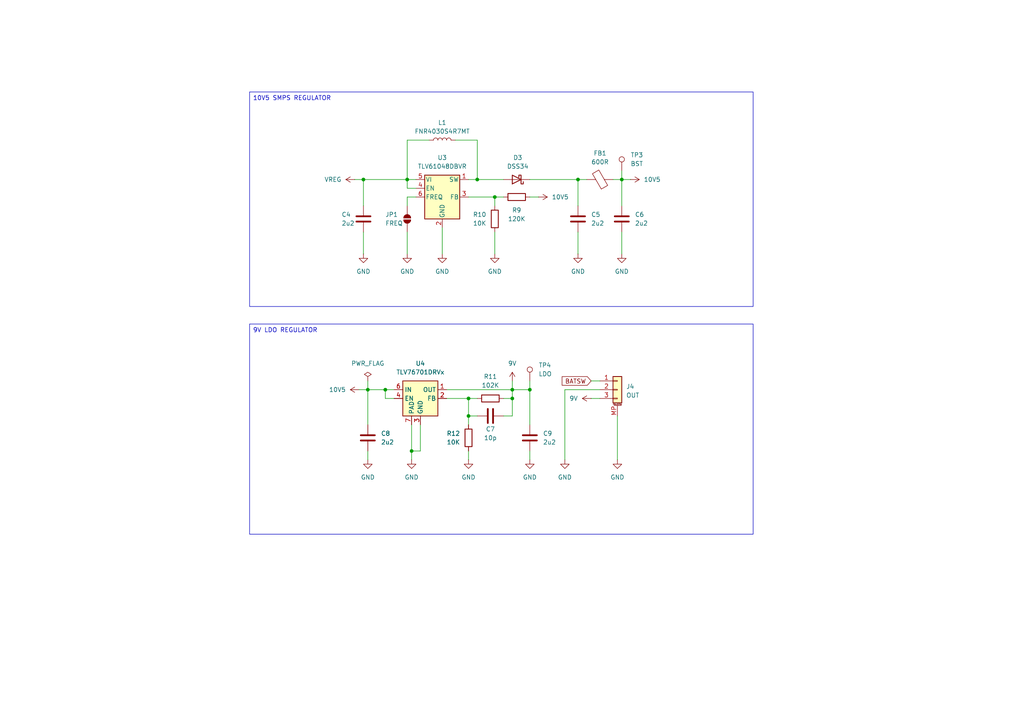
<source format=kicad_sch>
(kicad_sch (version 20250114) (generator "eeschema") (generator_version "9.0")
  (paper "A4")
  (title_block (title "BATTERY MODULE") (date "2025-03-27") (rev "1.2") (company "Chapuzas S.L."))
  (lib_symbols
    (symbol "Connector:TestPoint" (pin_numbers (hide yes)) (pin_names (offset 0.762) (hide yes))
      (property "Reference" "TP" (at 0 6.858 0))
      (property "Value" "TestPoint" (at 0 5.08 0))
      (symbol "TestPoint_0_1"
        (circle (center 0 3.302) (radius 0.762))
      )
      (symbol "TestPoint_1_1"
        (pin passive line (at 0 0 90) (length 2.54) (name "1") (number "1"))
      )
    )
    (symbol "Connector_Generic_MountingPin:Conn_01x03_MountingPin" (pin_names (offset 1.016) (hide yes))
      (property "Reference" "J" (at 0 5.08 0))
      (property "Value" "Conn_01x03_MountingPin" (at 1.27 -5.08 0))
      (symbol "Conn_01x03_MountingPin_1_1"
        (rectangle (start -1.27 3.81) (end 1.27 -3.81) (stroke (width 0.254)) (fill (type background)))
        (rectangle (start -1.27 2.667) (end 0 2.413) (stroke (width 0.1524)))
        (rectangle (start -1.27 0.127) (end 0 -0.127) (stroke (width 0.1524)))
        (rectangle (start -1.27 -2.413) (end 0 -2.667) (stroke (width 0.1524)))
        (polyline (pts (xy -1.016 -4.572) (xy 1.016 -4.572)) (stroke (width 0.1524)))
        (text "Mounting" (at 0 -4.191 0) (effects (font (size 0.381 0.381))))
        (pin passive line (at -5.08 2.54 0) (length 3.81) (name "Pin_1") (number "1"))
        (pin passive line (at -5.08 0 0) (length 3.81) (name "Pin_2") (number "2"))
        (pin passive line (at -5.08 -2.54 0) (length 3.81) (name "Pin_3") (number "3"))
        (pin passive line (at 0 -7.62 90) (length 3.048) (name "MountPin") (number "MP"))
      )
    )
    (symbol "Custom_Parts:TLV61048DBVR" (pin_names (offset 0.254))
      (property "Reference" "U" (at -5.08 7.62 0))
      (property "Value" "TLV61048DBVR" (at 0 7.62 0))
      (symbol "TLV61048DBVR_0_1"
        (rectangle (start -5.08 6.35) (end 5.08 -6.35) (stroke (width 0.254)) (fill (type background)))
      )
      (symbol "TLV61048DBVR_1_1"
        (pin power_in line (at -7.62 5.08 0) (length 2.54) (name "VI") (number "5"))
        (pin input line (at -7.62 2.54 0) (length 2.54) (name "EN") (number "4"))
        (pin input line (at -7.62 0 0) (length 2.54) (name "FREQ") (number "6"))
        (pin power_in line (at 0 -8.89 90) (length 2.54) (name "GND") (number "2"))
        (pin power_out line (at 7.62 5.08 180) (length 2.54) (name "SW") (number "1"))
        (pin input line (at 7.62 0 180) (length 2.54) (name "FB") (number "3"))
      )
    )
    (symbol "Device:C" (pin_numbers (hide yes)) (pin_names (offset 0.254))
      (property "Reference" "C" (at 0.635 2.54 0))
      (property "Value" "C" (at 0.635 -2.54 0))
      (symbol "C_0_1"
        (polyline (pts (xy -2.032 0.762) (xy 2.032 0.762)) (stroke (width 0.508)))
        (polyline (pts (xy -2.032 -0.762) (xy 2.032 -0.762)) (stroke (width 0.508)))
      )
      (symbol "C_1_1"
        (pin passive line (at 0 3.81 270) (length 2.794) (name "~") (number "1"))
        (pin passive line (at 0 -3.81 90) (length 2.794) (name "~") (number "2"))
      )
    )
    (symbol "Device:D_Schottky" (pin_numbers (hide yes)) (pin_names (offset 1.016) (hide yes))
      (property "Reference" "D" (at 0 2.54 0))
      (property "Value" "D_Schottky" (at 0 -2.54 0))
      (symbol "D_Schottky_0_1"
        (polyline (pts (xy -1.905 0.635) (xy -1.905 1.27) (xy -1.27 1.27) (xy -1.27 -1.27) (xy -0.635 -1.27) (xy -0.635 -0.635)) (stroke (width 0.254)))
        (polyline (pts (xy 1.27 1.27) (xy 1.27 -1.27) (xy -1.27 0) (xy 1.27 1.27)) (stroke (width 0.254)))
        (polyline (pts (xy 1.27 0) (xy -1.27 0)))
      )
      (symbol "D_Schottky_1_1"
        (pin passive line (at -3.81 0 0) (length 2.54) (name "K") (number "1"))
        (pin passive line (at 3.81 0 180) (length 2.54) (name "A") (number "2"))
      )
    )
    (symbol "Device:FerriteBead" (pin_numbers (hide yes)) (pin_names (offset 0))
      (property "Reference" "FB" (at -3.81 0.635 90))
      (property "Value" "FerriteBead" (at 3.81 0 90))
      (symbol "FerriteBead_0_1"
        (polyline (pts (xy -2.7686 0.4064) (xy -1.7018 2.2606) (xy 2.7686 -0.3048) (xy 1.6764 -2.159) (xy -2.7686 0.4064)))
        (polyline (pts (xy 0 1.27) (xy 0 1.2954)))
        (polyline (pts (xy 0 -1.27) (xy 0 -1.2192)))
      )
      (symbol "FerriteBead_1_1"
        (pin passive line (at 0 3.81 270) (length 2.54) (name "~") (number "1"))
        (pin passive line (at 0 -3.81 90) (length 2.54) (name "~") (number "2"))
      )
    )
    (symbol "Device:L" (pin_numbers (hide yes)) (pin_names (offset 1.016) (hide yes))
      (property "Reference" "L" (at -1.27 0 90))
      (property "Value" "L" (at 1.905 0 90))
      (symbol "L_0_1"
        (arc (start 0 2.54) (mid 0.6323 1.905) (end 0 1.27))
        (arc (start 0 1.27) (mid 0.6323 0.635) (end 0 0))
        (arc (start 0 0) (mid 0.6323 -0.635) (end 0 -1.27))
        (arc (start 0 -1.27) (mid 0.6323 -1.905) (end 0 -2.54))
      )
      (symbol "L_1_1"
        (pin passive line (at 0 3.81 270) (length 1.27) (name "1") (number "1"))
        (pin passive line (at 0 -3.81 90) (length 1.27) (name "2") (number "2"))
      )
    )
    (symbol "Device:R" (pin_numbers (hide yes)) (pin_names (offset 0))
      (property "Reference" "R" (at 2.032 0 90))
      (property "Value" "R" (at 0 0 90))
      (symbol "R_0_1"
        (rectangle (start -1.016 -2.54) (end 1.016 2.54) (stroke (width 0.254)))
      )
      (symbol "R_1_1"
        (pin passive line (at 0 3.81 270) (length 1.27) (name "~") (number "1"))
        (pin passive line (at 0 -3.81 90) (length 1.27) (name "~") (number "2"))
      )
    )
    (symbol "Jumper:SolderJumper_2_Open" (pin_numbers (hide yes)) (pin_names (offset 0) (hide yes)) (exclude_from_sim yes) (in_bom no)
      (property "Reference" "JP" (at 0 2.032 0))
      (property "Value" "SolderJumper_2_Open" (at 0 -2.54 0))
      (symbol "SolderJumper_2_Open_0_1"
        (polyline (pts (xy -0.254 1.016) (xy -0.254 -1.016)))
        (arc (start -0.254 -1.016) (mid -1.2656 0) (end -0.254 1.016))
        (arc (start -0.254 -1.016) (mid -1.2656 0) (end -0.254 1.016) (fill (type outline)))
        (arc (start 0.254 1.016) (mid 1.2656 0) (end 0.254 -1.016))
        (arc (start 0.254 1.016) (mid 1.2656 0) (end 0.254 -1.016) (fill (type outline)))
        (polyline (pts (xy 0.254 1.016) (xy 0.254 -1.016)))
      )
      (symbol "SolderJumper_2_Open_1_1"
        (pin passive line (at -3.81 0 0) (length 2.54) (name "A") (number "1"))
        (pin passive line (at 3.81 0 180) (length 2.54) (name "B") (number "2"))
      )
    )
    (symbol "Regulator_Linear:TLV76701DRVx"
      (property "Reference" "U" (at 0 8.89 0))
      (property "Value" "TLV76701DRVx" (at 0 6.35 0))
      (symbol "TLV76701DRVx_0_1"
        (rectangle (start -5.08 -5.08) (end 5.08 5.08) (stroke (width 0.254)) (fill (type background)))
      )
      (symbol "TLV76701DRVx_1_1"
        (pin power_in line (at -7.62 2.54 0) (length 2.54) (name "IN") (number "6"))
        (pin input line (at -7.62 0 0) (length 2.54) (name "EN") (number "4"))
        (pin passive line (at -2.54 -7.62 90) (length 2.54) (name "PAD") (number "7"))
        (pin power_in line (at 0 -7.62 90) (length 2.54) (name "GND") (number "3"))
        (pin passive line (at 0 -7.62 90) (length 2.54) (hide yes) (name "GND") (number "5"))
        (pin power_out line (at 7.62 2.54 180) (length 2.54) (name "OUT") (number "1"))
        (pin input line (at 7.62 0 180) (length 2.54) (name "FB") (number "2"))
      )
    )
    (symbol "power:+3V3" (power) (pin_numbers (hide yes)) (pin_names (offset 0) (hide yes))
      (property "Value" "+3V3" (at 0 3.556 0))
      (symbol "+3V3_0_1"
        (polyline (pts (xy -0.762 1.27) (xy 0 2.54)))
        (polyline (pts (xy 0 2.54) (xy 0.762 1.27)))
        (polyline (pts (xy 0 0) (xy 0 2.54)))
      )
      (symbol "+3V3_1_1"
        (pin power_in line (at 0 0 90) (length 0) (name "~") (number "1"))
      )
    )
    (symbol "power:GND" (power) (pin_numbers (hide yes)) (pin_names (offset 0) (hide yes))
      (property "Value" "GND" (at 0 -3.81 0))
      (symbol "GND_0_1"
        (polyline (pts (xy 0 0) (xy 0 -1.27) (xy 1.27 -1.27) (xy 0 -2.54) (xy -1.27 -1.27) (xy 0 -1.27)))
      )
      (symbol "GND_1_1"
        (pin power_in line (at 0 0 270) (length 0) (name "~") (number "1"))
      )
    )
    (symbol "power:PWR_FLAG" (power) (pin_numbers (hide yes)) (pin_names (offset 0) (hide yes))
      (property "Value" "PWR_FLAG" (at 0 3.81 0))
      (symbol "PWR_FLAG_0_0"
        (pin power_out line (at 0 0 90) (length 0) (name "~") (number "1"))
      )
      (symbol "PWR_FLAG_0_1"
        (polyline (pts (xy 0 0) (xy 0 1.27) (xy -1.016 1.905) (xy 0 2.54) (xy 1.016 1.905) (xy 0 1.27)))
      )
    )
  )
  (text_box "10V5 SMPS REGULATOR" (at 72.39 26.67 0) (size 146.05 62.23) (margins 0.9525 0.9525 0.9525 0.9525) (effects (font (size 1.27 1.27)) (justify left top)))
  (text_box "9V LDO REGULATOR" (at 72.39 93.98 0) (size 146.05 60.96) (margins 0.9525 0.9525 0.9525 0.9525) (effects (font (size 1.27 1.27)) (justify left top)))
  (junction (at 111.76 113.03))
  (junction (at 143.51 57.15))
  (junction (at 148.59 115.57))
  (junction (at 105.41 52.07))
  (junction (at 118.11 52.07))
  (junction (at 167.64 52.07))
  (junction (at 138.43 52.07))
  (junction (at 119.38 130.81))
  (junction (at 135.89 115.57))
  (junction (at 153.67 113.03))
  (junction (at 180.34 52.07))
  (junction (at 148.59 113.03))
  (junction (at 106.68 113.03))
  (junction (at 135.89 120.65))
  (wire (pts (xy 143.51 57.15) (xy 146.05 57.15)))
  (wire (pts (xy 143.51 57.15) (xy 143.51 59.69)))
  (wire (pts (xy 135.89 57.15) (xy 143.51 57.15)))
  (wire (pts (xy 106.68 110.49) (xy 106.68 113.03)))
  (wire (pts (xy 180.34 67.31) (xy 180.34 73.66)))
  (wire (pts (xy 102.87 52.07) (xy 105.41 52.07)))
  (wire (pts (xy 135.89 130.81) (xy 135.89 133.35)))
  (wire (pts (xy 138.43 52.07) (xy 146.05 52.07)))
  (wire (pts (xy 124.46 40.64) (xy 118.11 40.64)))
  (wire (pts (xy 135.89 115.57) (xy 135.89 120.65)))
  (wire (pts (xy 156.21 57.15) (xy 153.67 57.15)))
  (wire (pts (xy 118.11 40.64) (xy 118.11 52.07)))
  (wire (pts (xy 104.14 113.03) (xy 106.68 113.03)))
  (wire (pts (xy 119.38 130.81) (xy 121.92 130.81)))
  (wire (pts (xy 118.11 67.31) (xy 118.11 73.66)))
  (wire (pts (xy 153.67 113.03) (xy 148.59 113.03)))
  (wire (pts (xy 118.11 54.61) (xy 118.11 52.07)))
  (wire (pts (xy 146.05 120.65) (xy 148.59 120.65)))
  (wire (pts (xy 129.54 113.03) (xy 148.59 113.03)))
  (wire (pts (xy 118.11 52.07) (xy 120.65 52.07)))
  (wire (pts (xy 153.67 52.07) (xy 167.64 52.07)))
  (wire (pts (xy 148.59 110.49) (xy 148.59 113.03)))
  (wire (pts (xy 180.34 52.07) (xy 180.34 59.69)))
  (wire (pts (xy 106.68 113.03) (xy 111.76 113.03)))
  (wire (pts (xy 105.41 52.07) (xy 118.11 52.07)))
  (wire (pts (xy 138.43 40.64) (xy 138.43 52.07)))
  (wire (pts (xy 182.88 52.07) (xy 180.34 52.07)))
  (wire (pts (xy 135.89 120.65) (xy 135.89 123.19)))
  (wire (pts (xy 163.83 113.03) (xy 173.99 113.03)))
  (wire (pts (xy 119.38 130.81) (xy 119.38 133.35)))
  (wire (pts (xy 148.59 115.57) (xy 148.59 113.03)))
  (wire (pts (xy 163.83 113.03) (xy 163.83 133.35)))
  (wire (pts (xy 146.05 115.57) (xy 148.59 115.57)))
  (wire (pts (xy 138.43 115.57) (xy 135.89 115.57)))
  (wire (pts (xy 153.67 113.03) (xy 153.67 123.19)))
  (wire (pts (xy 148.59 120.65) (xy 148.59 115.57)))
  (wire (pts (xy 106.68 130.81) (xy 106.68 133.35)))
  (wire (pts (xy 171.45 115.57) (xy 173.99 115.57)))
  (wire (pts (xy 153.67 130.81) (xy 153.67 133.35)))
  (wire (pts (xy 180.34 49.53) (xy 180.34 52.07)))
  (wire (pts (xy 167.64 52.07) (xy 167.64 59.69)))
  (wire (pts (xy 111.76 115.57) (xy 114.3 115.57)))
  (wire (pts (xy 153.67 110.49) (xy 153.67 113.03)))
  (wire (pts (xy 106.68 113.03) (xy 106.68 123.19)))
  (wire (pts (xy 167.64 52.07) (xy 170.18 52.07)))
  (wire (pts (xy 129.54 115.57) (xy 135.89 115.57)))
  (wire (pts (xy 177.8 52.07) (xy 180.34 52.07)))
  (wire (pts (xy 121.92 123.19) (xy 121.92 130.81)))
  (wire (pts (xy 119.38 123.19) (xy 119.38 130.81)))
  (wire (pts (xy 171.45 110.49) (xy 173.99 110.49)))
  (wire (pts (xy 138.43 52.07) (xy 135.89 52.07)))
  (wire (pts (xy 179.07 133.35) (xy 179.07 120.65)))
  (wire (pts (xy 143.51 67.31) (xy 143.51 73.66)))
  (wire (pts (xy 105.41 67.31) (xy 105.41 73.66)))
  (wire (pts (xy 135.89 120.65) (xy 138.43 120.65)))
  (wire (pts (xy 120.65 54.61) (xy 118.11 54.61)))
  (wire (pts (xy 167.64 67.31) (xy 167.64 73.66)))
  (wire (pts (xy 105.41 59.69) (xy 105.41 52.07)))
  (wire (pts (xy 111.76 113.03) (xy 111.76 115.57)))
  (wire (pts (xy 120.65 57.15) (xy 118.11 57.15)))
  (wire (pts (xy 128.27 66.04) (xy 128.27 73.66)))
  (wire (pts (xy 132.08 40.64) (xy 138.43 40.64)))
  (wire (pts (xy 111.76 113.03) (xy 114.3 113.03)))
  (wire (pts (xy 118.11 57.15) (xy 118.11 59.69)))
  (global_label "BATSW" (shape input) (at 171.45 110.49 180) (property "Intersheetrefs" "${INTERSHEET_REFS}" (effects (hide yes))))
  (symbol (lib_id "Device:R") (at 135.89 127 0) (unit 1)
    (property "Reference" "R12" (at 129.54 125.73 0) (effects (justify left)))
    (property "Value" "10K" (at 129.54 128.27 0) (effects (justify left)))
    (property "Footprint" "Resistor_SMD:R_0805_2012Metric" (effects (hide yes)))
    (property "Description" "Resistor" (effects (hide yes)))
  )
  (symbol (lib_id "Device:C") (at 106.68 127 0) (unit 1)
    (property "Reference" "C8" (at 110.49 125.7299 0) (effects (justify left)))
    (property "Value" "2u2" (at 110.49 128.2699 0) (effects (justify left)))
    (property "Footprint" "Capacitor_SMD:C_1206_3216Metric" (effects (hide yes)))
    (property "Description" "Unpolarized capacitor" (effects (hide yes)))
  )
  (symbol (lib_id "power:GND") (at 119.38 133.35 0) (unit 1)
    (property "Reference" "#PWR036" (effects (hide yes)))
    (property "Value" "GND" (at 119.38 138.43 0))
    (property "Description" "Power symbol creates a global label with name \"GND\" , ground" (effects (hide yes)))
  )
  (symbol (lib_id "power:+3V3") (at 156.21 57.15 270) (unit 1)
    (property "Reference" "#PWR025" (effects (hide yes)))
    (property "Value" "10V5" (at 160.02 57.1499 90) (effects (justify left)))
    (property "Description" "Power symbol creates a global label with name \"+3V3\"" (effects (hide yes)))
  )
  (symbol (lib_id "Connector:TestPoint") (at 180.34 49.53 0) (unit 1)
    (property "Reference" "TP3" (at 182.88 44.9579 0) (effects (justify left)))
    (property "Value" "BST" (at 182.88 47.4979 0) (effects (justify left)))
    (property "Footprint" "TestPoint:TestPoint_Pad_D1.0mm" (effects (hide yes)))
    (property "Description" "test point" (effects (hide yes)))
  )
  (symbol (lib_id "Device:C") (at 142.24 120.65 90) (unit 1)
    (property "Reference" "C7" (at 142.24 124.46 90))
    (property "Value" "10p" (at 142.24 127 90))
    (property "Footprint" "Capacitor_SMD:C_0805_2012Metric" (effects (hide yes)))
    (property "Description" "Unpolarized capacitor" (effects (hide yes)))
  )
  (symbol (lib_id "power:GND") (at 167.64 73.66 0) (unit 1)
    (property "Reference" "#PWR030" (effects (hide yes)))
    (property "Value" "GND" (at 167.64 78.74 0))
    (property "Description" "Power symbol creates a global label with name \"GND\" , ground" (effects (hide yes)))
  )
  (symbol (lib_id "Connector:TestPoint") (at 153.67 110.49 0) (unit 1)
    (property "Reference" "TP4" (at 156.21 105.9179 0) (effects (justify left)))
    (property "Value" "LDO" (at 156.21 108.4579 0) (effects (justify left)))
    (property "Footprint" "TestPoint:TestPoint_Pad_D1.0mm" (effects (hide yes)))
    (property "Description" "test point" (effects (hide yes)))
  )
  (symbol (lib_id "Device:FerriteBead") (at 173.99 52.07 270) (mirror x) (unit 1)
    (property "Reference" "FB1" (at 174.0408 44.45 90))
    (property "Value" "600R" (at 174.0408 46.99 90))
    (property "Footprint" "Inductor_SMD:L_0805_2012Metric" (effects (hide yes)))
    (property "Description" "Ferrite bead" (effects (hide yes)))
  )
  (symbol (lib_id "Regulator_Linear:TLV76701DRVx") (at 121.92 115.57 0) (unit 1)
    (property "Reference" "U4" (at 121.92 105.41 0))
    (property "Value" "TLV76701DRVx" (at 121.92 107.95 0))
    (property "Footprint" "Package_SON:WSON-6-1EP_2x2mm_P0.65mm_EP1x1.6mm_ThermalVias" (effects (hide yes)))
    (property "Datasheet" "www.ti.com/lit/gpn/TLV767" (effects (hide yes)))
    (property "Description" "1A, 16V Precision Linear Voltage Regulator, with enable pin, Adjustable Output 0.8-13.6V, WSON-6" (effects (hide yes)))
  )
  (symbol (lib_id "power:PWR_FLAG") (at 106.68 110.49 0) (unit 1)
    (property "Reference" "#FLG05" (effects (hide yes)))
    (property "Value" "PWR_FLAG" (at 106.68 105.41 0))
    (property "Description" "Special symbol for telling ERC where power comes from" (effects (hide yes)))
  )
  (symbol (lib_id "Device:R") (at 149.86 57.15 90) (unit 1)
    (property "Reference" "R9" (at 149.86 60.96 90))
    (property "Value" "120K" (at 149.86 63.5 90))
    (property "Footprint" "Resistor_SMD:R_0805_2012Metric" (effects (hide yes)))
    (property "Description" "Resistor" (effects (hide yes)))
  )
  (symbol (lib_id "Connector_Generic_MountingPin:Conn_01x03_MountingPin") (at 179.07 113.03 0) (unit 1)
    (property "Reference" "J4" (at 181.61 112.1155 0) (effects (justify left)))
    (property "Value" "OUT" (at 181.61 114.6555 0) (effects (justify left)))
    (property "Footprint" "Custom_Parts:JST_PH_1x03_P2.00MM_SMD_HOR" (effects (hide yes)))
    (property "Description" "Generic connectable mounting pin connector, single row, 01x03, script generated (kicad-library-utils/schlib/autogen/connector/)" (effects (hide yes)))
  )
  (symbol (lib_id "power:GND") (at 180.34 73.66 0) (unit 1)
    (property "Reference" "#PWR031" (effects (hide yes)))
    (property "Value" "GND" (at 180.34 78.74 0))
    (property "Description" "Power symbol creates a global label with name \"GND\" , ground" (effects (hide yes)))
  )
  (symbol (lib_id "power:+3V3") (at 171.45 115.57 90) (unit 1)
    (property "Reference" "#PWR034" (effects (hide yes)))
    (property "Value" "9V" (at 167.64 115.5699 90) (effects (justify left)))
    (property "Description" "Power symbol creates a global label with name \"+3V3\"" (effects (hide yes)))
  )
  (symbol (lib_id "Device:C") (at 153.67 127 0) (unit 1)
    (property "Reference" "C9" (at 157.48 125.73 0) (effects (justify left)))
    (property "Value" "2u2" (at 157.48 128.27 0) (effects (justify left)))
    (property "Footprint" "Capacitor_SMD:C_1206_3216Metric" (effects (hide yes)))
    (property "Description" "Unpolarized capacitor" (effects (hide yes)))
  )
  (symbol (lib_id "power:GND") (at 128.27 73.66 0) (unit 1)
    (property "Reference" "#PWR028" (effects (hide yes)))
    (property "Value" "GND" (at 128.27 78.74 0))
    (property "Description" "Power symbol creates a global label with name \"GND\" , ground" (effects (hide yes)))
  )
  (symbol (lib_id "power:GND") (at 143.51 73.66 0) (unit 1)
    (property "Reference" "#PWR029" (effects (hide yes)))
    (property "Value" "GND" (at 143.51 78.74 0))
    (property "Description" "Power symbol creates a global label with name \"GND\" , ground" (effects (hide yes)))
  )
  (symbol (lib_id "power:+3V3") (at 104.14 113.03 90) (unit 1)
    (property "Reference" "#PWR033" (effects (hide yes)))
    (property "Value" "10V5" (at 100.33 113.0299 90) (effects (justify left)))
    (property "Description" "Power symbol creates a global label with name \"+3V3\"" (effects (hide yes)))
  )
  (symbol (lib_id "Device:L") (at 128.27 40.64 90) (unit 1)
    (property "Reference" "L1" (at 128.27 35.56 90))
    (property "Value" "FNR4030S4R7MT" (at 128.27 38.1 90))
    (property "Footprint" "Inductor_SMD:L_Changjiang_FNR4030S" (effects (hide yes)))
    (property "Description" "Inductor" (effects (hide yes)))
  )
  (symbol (lib_id "Custom_Parts:TLV61048DBVR") (at 128.27 57.15 0) (unit 1)
    (property "Reference" "U3" (at 128.27 45.72 0))
    (property "Value" "TLV61048DBVR" (at 128.27 48.26 0))
    (property "Footprint" "Package_TO_SOT_SMD:SOT-23-6" (effects (hide yes)))
    (property "Datasheet" "https://www.ti.com/lit/ds/symlink/tlv61048.pdf" (effects (hide yes)))
    (property "Description" "TLV61048 14-V Output Voltage Non-synchronous Boost Converter" (effects (hide yes)))
  )
  (symbol (lib_id "Device:C") (at 105.41 63.5 0) (unit 1)
    (property "Reference" "C4" (at 99.06 62.23 0) (effects (justify left)))
    (property "Value" "2u2" (at 99.06 64.77 0) (effects (justify left)))
    (property "Footprint" "Capacitor_SMD:C_1206_3216Metric" (effects (hide yes)))
    (property "Description" "Unpolarized capacitor" (effects (hide yes)))
  )
  (symbol (lib_id "power:GND") (at 163.83 133.35 0) (unit 1)
    (property "Reference" "#PWR039" (effects (hide yes)))
    (property "Value" "GND" (at 163.83 138.43 0))
    (property "Description" "Power symbol creates a global label with name \"GND\" , ground" (effects (hide yes)))
  )
  (symbol (lib_id "power:+3V3") (at 102.87 52.07 90) (unit 1)
    (property "Reference" "#PWR023" (effects (hide yes)))
    (property "Value" "VREG" (at 99.06 52.0699 90) (effects (justify left)))
    (property "Description" "Power symbol creates a global label with name \"+3V3\"" (effects (hide yes)))
  )
  (symbol (lib_id "power:GND") (at 153.67 133.35 0) (unit 1)
    (property "Reference" "#PWR038" (effects (hide yes)))
    (property "Value" "GND" (at 153.67 138.43 0))
    (property "Description" "Power symbol creates a global label with name \"GND\" , ground" (effects (hide yes)))
  )
  (symbol (lib_id "power:GND") (at 135.89 133.35 0) (unit 1)
    (property "Reference" "#PWR037" (effects (hide yes)))
    (property "Value" "GND" (at 135.89 138.43 0))
    (property "Description" "Power symbol creates a global label with name \"GND\" , ground" (effects (hide yes)))
  )
  (symbol (lib_id "power:GND") (at 106.68 133.35 0) (unit 1)
    (property "Reference" "#PWR035" (effects (hide yes)))
    (property "Value" "GND" (at 106.68 138.43 0))
    (property "Description" "Power symbol creates a global label with name \"GND\" , ground" (effects (hide yes)))
  )
  (symbol (lib_id "Jumper:SolderJumper_2_Open") (at 118.11 63.5 90) (unit 1) (in_bom no)
    (property "Reference" "JP1" (at 111.76 62.23 90) (effects (justify right)))
    (property "Value" "FREQ" (at 111.76 64.77 90) (effects (justify right)))
    (property "Footprint" "Jumper:SolderJumper-2_P1.3mm_Open_RoundedPad1.0x1.5mm" (effects (hide yes)))
    (property "Description" "Solder Jumper, 2-pole, open" (effects (hide yes)))
  )
  (symbol (lib_id "Device:C") (at 180.34 63.5 0) (unit 1)
    (property "Reference" "C6" (at 184.15 62.2299 0) (effects (justify left)))
    (property "Value" "2u2" (at 184.15 64.7699 0) (effects (justify left)))
    (property "Footprint" "Capacitor_SMD:C_1206_3216Metric" (effects (hide yes)))
    (property "Description" "Unpolarized capacitor" (effects (hide yes)))
  )
  (symbol (lib_id "Device:R") (at 142.24 115.57 90) (unit 1)
    (property "Reference" "R11" (at 142.24 109.22 90))
    (property "Value" "102K" (at 142.24 111.76 90))
    (property "Footprint" "Resistor_SMD:R_0805_2012Metric" (effects (hide yes)))
    (property "Description" "Resistor" (effects (hide yes)))
  )
  (symbol (lib_id "Device:C") (at 167.64 63.5 0) (unit 1)
    (property "Reference" "C5" (at 171.45 62.2299 0) (effects (justify left)))
    (property "Value" "2u2" (at 171.45 64.7699 0) (effects (justify left)))
    (property "Footprint" "Capacitor_SMD:C_1206_3216Metric" (effects (hide yes)))
    (property "Description" "Unpolarized capacitor" (effects (hide yes)))
  )
  (symbol (lib_id "Device:D_Schottky") (at 149.86 52.07 180) (unit 1)
    (property "Reference" "D3" (at 150.1775 45.72 0))
    (property "Value" "DSS34" (at 150.1775 48.26 0))
    (property "Footprint" "Diode_SMD:D_SOD-123F" (effects (hide yes)))
    (property "Description" "Schottky diode" (effects (hide yes)))
  )
  (symbol (lib_id "power:+3V3") (at 148.59 110.49 0) (unit 1)
    (property "Reference" "#PWR032" (effects (hide yes)))
    (property "Value" "9V" (at 148.59 105.41 0))
    (property "Description" "Power symbol creates a global label with name \"+3V3\"" (effects (hide yes)))
  )
  (symbol (lib_id "Device:R") (at 143.51 63.5 0) (unit 1)
    (property "Reference" "R10" (at 137.16 62.23 0) (effects (justify left)))
    (property "Value" "10K" (at 137.16 64.77 0) (effects (justify left)))
    (property "Footprint" "Resistor_SMD:R_0805_2012Metric" (effects (hide yes)))
    (property "Description" "Resistor" (effects (hide yes)))
  )
  (symbol (lib_id "power:GND") (at 179.07 133.35 0) (unit 1)
    (property "Reference" "#PWR040" (effects (hide yes)))
    (property "Value" "GND" (at 179.07 138.43 0))
    (property "Description" "Power symbol creates a global label with name \"GND\" , ground" (effects (hide yes)))
  )
  (symbol (lib_id "power:GND") (at 105.41 73.66 0) (unit 1)
    (property "Reference" "#PWR026" (effects (hide yes)))
    (property "Value" "GND" (at 105.41 78.74 0))
    (property "Description" "Power symbol creates a global label with name \"GND\" , ground" (effects (hide yes)))
  )
  (symbol (lib_id "power:+3V3") (at 182.88 52.07 270) (unit 1)
    (property "Reference" "#PWR024" (effects (hide yes)))
    (property "Value" "10V5" (at 186.69 52.0699 90) (effects (justify left)))
    (property "Description" "Power symbol creates a global label with name \"+3V3\"" (effects (hide yes)))
  )
  (symbol (lib_id "power:GND") (at 118.11 73.66 0) (unit 1)
    (property "Reference" "#PWR027" (effects (hide yes)))
    (property "Value" "GND" (at 118.11 78.74 0))
    (property "Description" "Power symbol creates a global label with name \"GND\" , ground" (effects (hide yes)))
  )
)
</source>
